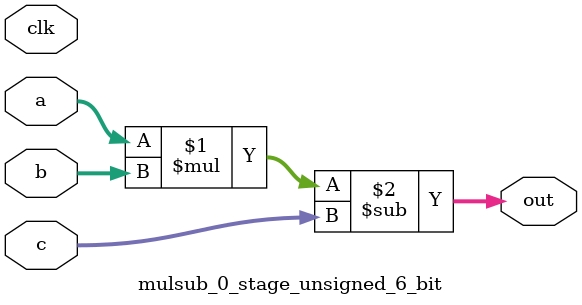
<source format=sv>
(* use_dsp = "yes" *) module mulsub_0_stage_unsigned_6_bit(
	input  [5:0] a,
	input  [5:0] b,
	input  [5:0] c,
	output [5:0] out,
	input clk);

	assign out = (a * b) - c;
endmodule

</source>
